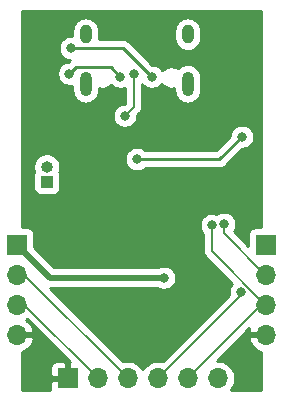
<source format=gbr>
%TF.GenerationSoftware,KiCad,Pcbnew,(5.1.9-0-10_14)*%
%TF.CreationDate,2021-02-02T14:33:23+08:00*%
%TF.ProjectId,WCH_Link,5743485f-4c69-46e6-9b2e-6b696361645f,rev?*%
%TF.SameCoordinates,Original*%
%TF.FileFunction,Copper,L2,Bot*%
%TF.FilePolarity,Positive*%
%FSLAX46Y46*%
G04 Gerber Fmt 4.6, Leading zero omitted, Abs format (unit mm)*
G04 Created by KiCad (PCBNEW (5.1.9-0-10_14)) date 2021-02-02 14:33:23*
%MOMM*%
%LPD*%
G01*
G04 APERTURE LIST*
%TA.AperFunction,ComponentPad*%
%ADD10O,1.700000X1.700000*%
%TD*%
%TA.AperFunction,ComponentPad*%
%ADD11R,1.700000X1.700000*%
%TD*%
%TA.AperFunction,ComponentPad*%
%ADD12O,1.000000X1.000000*%
%TD*%
%TA.AperFunction,ComponentPad*%
%ADD13R,1.000000X1.000000*%
%TD*%
%TA.AperFunction,ComponentPad*%
%ADD14O,1.000000X2.100000*%
%TD*%
%TA.AperFunction,ComponentPad*%
%ADD15O,1.000000X1.600000*%
%TD*%
%TA.AperFunction,ViaPad*%
%ADD16C,0.800000*%
%TD*%
%TA.AperFunction,Conductor*%
%ADD17C,0.250000*%
%TD*%
%TA.AperFunction,Conductor*%
%ADD18C,0.508000*%
%TD*%
%TA.AperFunction,Conductor*%
%ADD19C,0.152400*%
%TD*%
%TA.AperFunction,Conductor*%
%ADD20C,0.254000*%
%TD*%
%TA.AperFunction,Conductor*%
%ADD21C,0.100000*%
%TD*%
G04 APERTURE END LIST*
D10*
%TO.P,REF\u002A\u002A,6*%
%TO.N,+3V3*%
X131699000Y-68834000D03*
%TO.P,REF\u002A\u002A,5*%
%TO.N,/RX*%
X129159000Y-68834000D03*
%TO.P,REF\u002A\u002A,4*%
%TO.N,/TX*%
X126619000Y-68834000D03*
%TO.P,REF\u002A\u002A,3*%
%TO.N,/T_SWDIO*%
X124079000Y-68834000D03*
%TO.P,REF\u002A\u002A,2*%
%TO.N,/T_SWCLK*%
X121539000Y-68834000D03*
D11*
%TO.P,REF\u002A\u002A,1*%
%TO.N,GND*%
X118999000Y-68834000D03*
%TD*%
%TO.P,REF\u002A\u002A,1*%
%TO.N,+5V*%
X114681000Y-57531000D03*
D10*
%TO.P,REF\u002A\u002A,2*%
%TO.N,/T_SWDIO*%
X114681000Y-60071000D03*
%TO.P,REF\u002A\u002A,3*%
%TO.N,/T_SWCLK*%
X114681000Y-62611000D03*
%TO.P,REF\u002A\u002A,4*%
%TO.N,GND*%
X114681000Y-65151000D03*
%TD*%
%TO.P,REF\u002A\u002A,4*%
%TO.N,GND*%
X135763000Y-65151000D03*
%TO.P,REF\u002A\u002A,3*%
%TO.N,/RX*%
X135763000Y-62611000D03*
%TO.P,REF\u002A\u002A,2*%
%TO.N,/TX*%
X135763000Y-60071000D03*
D11*
%TO.P,REF\u002A\u002A,1*%
%TO.N,+3V3*%
X135763000Y-57531000D03*
%TD*%
D12*
%TO.P,J2,2*%
%TO.N,Net-(J2-Pad2)*%
X117221000Y-50927000D03*
D13*
%TO.P,J2,1*%
%TO.N,/USB_P*%
X117221000Y-52197000D03*
%TD*%
D14*
%TO.P,J1,S1*%
%TO.N,Net-(C1-Pad1)*%
X120521000Y-43897000D03*
X129161000Y-43897000D03*
D15*
X129161000Y-39717000D03*
X120521000Y-39717000D03*
%TD*%
D16*
%TO.N,GND*%
X121412000Y-63373000D03*
X121412000Y-61976000D03*
X120142000Y-62357000D03*
X124841000Y-57277000D03*
X121539000Y-56007000D03*
X125476000Y-40767000D03*
X130683000Y-61722000D03*
X130683000Y-62865000D03*
X131826000Y-61722000D03*
X133985000Y-67564000D03*
X133985000Y-68453000D03*
X133985000Y-69342000D03*
X132080000Y-40894000D03*
X133223000Y-40894000D03*
X134366000Y-40894000D03*
X124460000Y-38227000D03*
X125476000Y-38227000D03*
X126492000Y-38227000D03*
X116205000Y-67945000D03*
X117094000Y-66929000D03*
%TO.N,+5V*%
X124841000Y-50292000D03*
X133731000Y-48387000D03*
X127127000Y-60325000D03*
%TO.N,Net-(J1-PadA5)*%
X126111000Y-43307000D03*
X119253000Y-40894000D03*
%TO.N,/USB_N*%
X124587000Y-43036999D03*
X123825000Y-46609000D03*
%TO.N,Net-(J1-PadB5)*%
X123444000Y-43307000D03*
X119126000Y-43053000D03*
%TO.N,/TX*%
X132207000Y-55753000D03*
%TO.N,/RX*%
X131191000Y-55880000D03*
%TO.N,/TX*%
X133673749Y-61525251D03*
%TD*%
D17*
%TO.N,+5V*%
X124841000Y-50292000D02*
X131826000Y-50292000D01*
X131826000Y-50292000D02*
X133731000Y-48387000D01*
D18*
X117475000Y-60325000D02*
X115160010Y-58010010D01*
X127127000Y-60325000D02*
X117475000Y-60325000D01*
D17*
%TO.N,Net-(J1-PadA5)*%
X123698000Y-40894000D02*
X119253000Y-40894000D01*
X126111000Y-43307000D02*
X123698000Y-40894000D01*
D19*
%TO.N,/USB_N*%
X124587000Y-45847000D02*
X123825000Y-46609000D01*
X124587000Y-43036999D02*
X124587000Y-45847000D01*
D17*
%TO.N,Net-(J1-PadB5)*%
X119657010Y-42521990D02*
X119126000Y-43053000D01*
X122658990Y-42521990D02*
X119657010Y-42521990D01*
X123444000Y-43307000D02*
X122658990Y-42521990D01*
D19*
%TO.N,/TX*%
X135382000Y-60071000D02*
X135715790Y-60071000D01*
X132207000Y-56562210D02*
X135715790Y-60071000D01*
X132207000Y-55753000D02*
X132207000Y-56562210D01*
X133673749Y-61779251D02*
X133673749Y-61525251D01*
X126619000Y-68834000D02*
X133673749Y-61779251D01*
%TO.N,/RX*%
X131191000Y-58086210D02*
X135715790Y-62611000D01*
X131191000Y-55880000D02*
X131191000Y-58086210D01*
X135382000Y-62611000D02*
X135715790Y-62611000D01*
X129159000Y-68834000D02*
X135382000Y-62611000D01*
%TO.N,/T_SWCLK*%
X115316000Y-62611000D02*
X114728210Y-62611000D01*
X121539000Y-68834000D02*
X115316000Y-62611000D01*
%TO.N,/T_SWDIO*%
X115316000Y-60071000D02*
X114728210Y-60071000D01*
X124079000Y-68834000D02*
X115316000Y-60071000D01*
%TD*%
D20*
%TO.N,GND*%
X119166481Y-67467269D02*
X119126000Y-67507750D01*
X119126000Y-68707000D01*
X119146000Y-68707000D01*
X119146000Y-68961000D01*
X119126000Y-68961000D01*
X119126000Y-68981000D01*
X118872000Y-68981000D01*
X118872000Y-68961000D01*
X117672750Y-68961000D01*
X117514000Y-69119750D01*
X117510928Y-69684000D01*
X117523188Y-69808482D01*
X117528199Y-69825000D01*
X115087000Y-69825000D01*
X115087000Y-67984000D01*
X117510928Y-67984000D01*
X117514000Y-68548250D01*
X117672750Y-68707000D01*
X118872000Y-68707000D01*
X118872000Y-67507750D01*
X118713250Y-67349000D01*
X118149000Y-67345928D01*
X118024518Y-67358188D01*
X117904820Y-67394498D01*
X117794506Y-67453463D01*
X117697815Y-67532815D01*
X117618463Y-67629506D01*
X117559498Y-67739820D01*
X117523188Y-67859518D01*
X117510928Y-67984000D01*
X115087000Y-67984000D01*
X115087000Y-66575061D01*
X115312252Y-66495157D01*
X115562355Y-66346178D01*
X115778588Y-66151269D01*
X115952641Y-65917920D01*
X116077825Y-65655099D01*
X116122476Y-65507890D01*
X116001155Y-65278000D01*
X115087000Y-65278000D01*
X115087000Y-65024000D01*
X116001155Y-65024000D01*
X116122476Y-64794110D01*
X116077825Y-64646901D01*
X115952641Y-64384080D01*
X115778588Y-64150731D01*
X115562355Y-63955822D01*
X115445466Y-63886195D01*
X115529355Y-63830142D01*
X119166481Y-67467269D01*
%TA.AperFunction,Conductor*%
D21*
G36*
X119166481Y-67467269D02*
G01*
X119126000Y-67507750D01*
X119126000Y-68707000D01*
X119146000Y-68707000D01*
X119146000Y-68961000D01*
X119126000Y-68961000D01*
X119126000Y-68981000D01*
X118872000Y-68981000D01*
X118872000Y-68961000D01*
X117672750Y-68961000D01*
X117514000Y-69119750D01*
X117510928Y-69684000D01*
X117523188Y-69808482D01*
X117528199Y-69825000D01*
X115087000Y-69825000D01*
X115087000Y-67984000D01*
X117510928Y-67984000D01*
X117514000Y-68548250D01*
X117672750Y-68707000D01*
X118872000Y-68707000D01*
X118872000Y-67507750D01*
X118713250Y-67349000D01*
X118149000Y-67345928D01*
X118024518Y-67358188D01*
X117904820Y-67394498D01*
X117794506Y-67453463D01*
X117697815Y-67532815D01*
X117618463Y-67629506D01*
X117559498Y-67739820D01*
X117523188Y-67859518D01*
X117510928Y-67984000D01*
X115087000Y-67984000D01*
X115087000Y-66575061D01*
X115312252Y-66495157D01*
X115562355Y-66346178D01*
X115778588Y-66151269D01*
X115952641Y-65917920D01*
X116077825Y-65655099D01*
X116122476Y-65507890D01*
X116001155Y-65278000D01*
X115087000Y-65278000D01*
X115087000Y-65024000D01*
X116001155Y-65024000D01*
X116122476Y-64794110D01*
X116077825Y-64646901D01*
X115952641Y-64384080D01*
X115778588Y-64150731D01*
X115562355Y-63955822D01*
X115445466Y-63886195D01*
X115529355Y-63830142D01*
X119166481Y-67467269D01*
G37*
%TD.AperFunction*%
D20*
X134366175Y-64646901D02*
X134321524Y-64794110D01*
X134442845Y-65024000D01*
X135357001Y-65024000D01*
X135357001Y-65278000D01*
X134442845Y-65278000D01*
X134321524Y-65507890D01*
X134366175Y-65655099D01*
X134491359Y-65917920D01*
X134665412Y-66151269D01*
X134881645Y-66346178D01*
X135131748Y-66495157D01*
X135357001Y-66575061D01*
X135357001Y-69825000D01*
X132808107Y-69825000D01*
X132852475Y-69780632D01*
X133014990Y-69537411D01*
X133126932Y-69267158D01*
X133184000Y-68980260D01*
X133184000Y-68687740D01*
X133126932Y-68400842D01*
X133014990Y-68130589D01*
X132852475Y-67887368D01*
X132645632Y-67680525D01*
X132402411Y-67518010D01*
X132132158Y-67406068D01*
X131845260Y-67349000D01*
X131649787Y-67349000D01*
X134379170Y-64619617D01*
X134366175Y-64646901D01*
%TA.AperFunction,Conductor*%
D21*
G36*
X134366175Y-64646901D02*
G01*
X134321524Y-64794110D01*
X134442845Y-65024000D01*
X135357001Y-65024000D01*
X135357001Y-65278000D01*
X134442845Y-65278000D01*
X134321524Y-65507890D01*
X134366175Y-65655099D01*
X134491359Y-65917920D01*
X134665412Y-66151269D01*
X134881645Y-66346178D01*
X135131748Y-66495157D01*
X135357001Y-66575061D01*
X135357001Y-69825000D01*
X132808107Y-69825000D01*
X132852475Y-69780632D01*
X133014990Y-69537411D01*
X133126932Y-69267158D01*
X133184000Y-68980260D01*
X133184000Y-68687740D01*
X133126932Y-68400842D01*
X133014990Y-68130589D01*
X132852475Y-67887368D01*
X132645632Y-67680525D01*
X132402411Y-67518010D01*
X132132158Y-67406068D01*
X131845260Y-67349000D01*
X131649787Y-67349000D01*
X134379170Y-64619617D01*
X134366175Y-64646901D01*
G37*
%TD.AperFunction*%
D20*
X135357001Y-56042928D02*
X134913000Y-56042928D01*
X134788518Y-56055188D01*
X134668820Y-56091498D01*
X134558506Y-56150463D01*
X134461815Y-56229815D01*
X134382463Y-56326506D01*
X134323498Y-56436820D01*
X134287188Y-56556518D01*
X134274928Y-56681000D01*
X134274928Y-57624350D01*
X133031931Y-56381354D01*
X133124205Y-56243256D01*
X133202226Y-56054898D01*
X133242000Y-55854939D01*
X133242000Y-55651061D01*
X133202226Y-55451102D01*
X133124205Y-55262744D01*
X133010937Y-55093226D01*
X132866774Y-54949063D01*
X132697256Y-54835795D01*
X132508898Y-54757774D01*
X132308939Y-54718000D01*
X132105061Y-54718000D01*
X131905102Y-54757774D01*
X131716744Y-54835795D01*
X131585831Y-54923268D01*
X131492898Y-54884774D01*
X131292939Y-54845000D01*
X131089061Y-54845000D01*
X130889102Y-54884774D01*
X130700744Y-54962795D01*
X130531226Y-55076063D01*
X130387063Y-55220226D01*
X130273795Y-55389744D01*
X130195774Y-55578102D01*
X130156000Y-55778061D01*
X130156000Y-55981939D01*
X130195774Y-56181898D01*
X130273795Y-56370256D01*
X130387063Y-56539774D01*
X130479800Y-56632511D01*
X130479801Y-58051274D01*
X130476360Y-58086210D01*
X130479801Y-58121146D01*
X130490092Y-58225630D01*
X130530759Y-58359691D01*
X130596799Y-58483243D01*
X130685674Y-58591537D01*
X130712810Y-58613807D01*
X132917146Y-60818143D01*
X132869812Y-60865477D01*
X132756544Y-61034995D01*
X132678523Y-61223353D01*
X132638749Y-61423312D01*
X132638749Y-61627190D01*
X132668824Y-61778387D01*
X127042972Y-67404241D01*
X126765260Y-67349000D01*
X126472740Y-67349000D01*
X126185842Y-67406068D01*
X125915589Y-67518010D01*
X125672368Y-67680525D01*
X125465525Y-67887368D01*
X125349000Y-68061760D01*
X125232475Y-67887368D01*
X125025632Y-67680525D01*
X124782411Y-67518010D01*
X124512158Y-67406068D01*
X124225260Y-67349000D01*
X123932740Y-67349000D01*
X123655029Y-67404241D01*
X117468442Y-61217654D01*
X117474999Y-61218300D01*
X117518659Y-61214000D01*
X126594532Y-61214000D01*
X126636744Y-61242205D01*
X126825102Y-61320226D01*
X127025061Y-61360000D01*
X127228939Y-61360000D01*
X127428898Y-61320226D01*
X127617256Y-61242205D01*
X127786774Y-61128937D01*
X127930937Y-60984774D01*
X128044205Y-60815256D01*
X128122226Y-60626898D01*
X128162000Y-60426939D01*
X128162000Y-60223061D01*
X128122226Y-60023102D01*
X128044205Y-59834744D01*
X127930937Y-59665226D01*
X127786774Y-59521063D01*
X127617256Y-59407795D01*
X127428898Y-59329774D01*
X127228939Y-59290000D01*
X127025061Y-59290000D01*
X126825102Y-59329774D01*
X126636744Y-59407795D01*
X126594532Y-59436000D01*
X117843235Y-59436000D01*
X116169072Y-57761837D01*
X116169072Y-56681000D01*
X116156812Y-56556518D01*
X116120502Y-56436820D01*
X116061537Y-56326506D01*
X115982185Y-56229815D01*
X115885494Y-56150463D01*
X115775180Y-56091498D01*
X115655482Y-56055188D01*
X115531000Y-56042928D01*
X115087000Y-56042928D01*
X115087000Y-51697000D01*
X116082928Y-51697000D01*
X116082928Y-52697000D01*
X116095188Y-52821482D01*
X116131498Y-52941180D01*
X116190463Y-53051494D01*
X116269815Y-53148185D01*
X116366506Y-53227537D01*
X116476820Y-53286502D01*
X116596518Y-53322812D01*
X116721000Y-53335072D01*
X117721000Y-53335072D01*
X117845482Y-53322812D01*
X117965180Y-53286502D01*
X118075494Y-53227537D01*
X118172185Y-53148185D01*
X118251537Y-53051494D01*
X118310502Y-52941180D01*
X118346812Y-52821482D01*
X118359072Y-52697000D01*
X118359072Y-51697000D01*
X118346812Y-51572518D01*
X118310502Y-51452820D01*
X118266112Y-51369774D01*
X118312383Y-51258067D01*
X118356000Y-51038788D01*
X118356000Y-50815212D01*
X118312383Y-50595933D01*
X118226824Y-50389376D01*
X118102612Y-50203480D01*
X118089193Y-50190061D01*
X123806000Y-50190061D01*
X123806000Y-50393939D01*
X123845774Y-50593898D01*
X123923795Y-50782256D01*
X124037063Y-50951774D01*
X124181226Y-51095937D01*
X124350744Y-51209205D01*
X124539102Y-51287226D01*
X124739061Y-51327000D01*
X124942939Y-51327000D01*
X125142898Y-51287226D01*
X125331256Y-51209205D01*
X125500774Y-51095937D01*
X125544711Y-51052000D01*
X131788678Y-51052000D01*
X131826000Y-51055676D01*
X131863322Y-51052000D01*
X131863333Y-51052000D01*
X131974986Y-51041003D01*
X132118247Y-50997546D01*
X132250276Y-50926974D01*
X132366001Y-50832001D01*
X132389804Y-50802997D01*
X133770802Y-49422000D01*
X133832939Y-49422000D01*
X134032898Y-49382226D01*
X134221256Y-49304205D01*
X134390774Y-49190937D01*
X134534937Y-49046774D01*
X134648205Y-48877256D01*
X134726226Y-48688898D01*
X134766000Y-48488939D01*
X134766000Y-48285061D01*
X134726226Y-48085102D01*
X134648205Y-47896744D01*
X134534937Y-47727226D01*
X134390774Y-47583063D01*
X134221256Y-47469795D01*
X134032898Y-47391774D01*
X133832939Y-47352000D01*
X133629061Y-47352000D01*
X133429102Y-47391774D01*
X133240744Y-47469795D01*
X133071226Y-47583063D01*
X132927063Y-47727226D01*
X132813795Y-47896744D01*
X132735774Y-48085102D01*
X132696000Y-48285061D01*
X132696000Y-48347198D01*
X131511199Y-49532000D01*
X125544711Y-49532000D01*
X125500774Y-49488063D01*
X125331256Y-49374795D01*
X125142898Y-49296774D01*
X124942939Y-49257000D01*
X124739061Y-49257000D01*
X124539102Y-49296774D01*
X124350744Y-49374795D01*
X124181226Y-49488063D01*
X124037063Y-49632226D01*
X123923795Y-49801744D01*
X123845774Y-49990102D01*
X123806000Y-50190061D01*
X118089193Y-50190061D01*
X117944520Y-50045388D01*
X117758624Y-49921176D01*
X117552067Y-49835617D01*
X117332788Y-49792000D01*
X117109212Y-49792000D01*
X116889933Y-49835617D01*
X116683376Y-49921176D01*
X116497480Y-50045388D01*
X116339388Y-50203480D01*
X116215176Y-50389376D01*
X116129617Y-50595933D01*
X116086000Y-50815212D01*
X116086000Y-51038788D01*
X116129617Y-51258067D01*
X116175888Y-51369774D01*
X116131498Y-51452820D01*
X116095188Y-51572518D01*
X116082928Y-51697000D01*
X115087000Y-51697000D01*
X115087000Y-42951061D01*
X118091000Y-42951061D01*
X118091000Y-43154939D01*
X118130774Y-43354898D01*
X118208795Y-43543256D01*
X118322063Y-43712774D01*
X118466226Y-43856937D01*
X118635744Y-43970205D01*
X118824102Y-44048226D01*
X119024061Y-44088000D01*
X119227939Y-44088000D01*
X119386000Y-44056560D01*
X119386000Y-44502751D01*
X119402423Y-44669498D01*
X119467324Y-44883446D01*
X119572716Y-45080623D01*
X119714551Y-45253449D01*
X119887377Y-45395284D01*
X120084553Y-45500676D01*
X120298501Y-45565577D01*
X120521000Y-45587491D01*
X120743498Y-45565577D01*
X120957446Y-45500676D01*
X121154623Y-45395284D01*
X121327449Y-45253449D01*
X121469284Y-45080623D01*
X121574676Y-44883447D01*
X121639577Y-44669499D01*
X121656000Y-44502752D01*
X121656000Y-44283904D01*
X121670978Y-44290108D01*
X121856448Y-44327000D01*
X122045552Y-44327000D01*
X122231022Y-44290108D01*
X122405731Y-44217741D01*
X122562964Y-44112681D01*
X122674467Y-44001178D01*
X122784226Y-44110937D01*
X122953744Y-44224205D01*
X123142102Y-44302226D01*
X123342061Y-44342000D01*
X123545939Y-44342000D01*
X123745898Y-44302226D01*
X123875800Y-44248418D01*
X123875801Y-45552411D01*
X123854212Y-45574000D01*
X123723061Y-45574000D01*
X123523102Y-45613774D01*
X123334744Y-45691795D01*
X123165226Y-45805063D01*
X123021063Y-45949226D01*
X122907795Y-46118744D01*
X122829774Y-46307102D01*
X122790000Y-46507061D01*
X122790000Y-46710939D01*
X122829774Y-46910898D01*
X122907795Y-47099256D01*
X123021063Y-47268774D01*
X123165226Y-47412937D01*
X123334744Y-47526205D01*
X123523102Y-47604226D01*
X123723061Y-47644000D01*
X123926939Y-47644000D01*
X124126898Y-47604226D01*
X124315256Y-47526205D01*
X124484774Y-47412937D01*
X124628937Y-47268774D01*
X124742205Y-47099256D01*
X124820226Y-46910898D01*
X124860000Y-46710939D01*
X124860000Y-46579788D01*
X125065196Y-46374593D01*
X125092327Y-46352327D01*
X125114593Y-46325196D01*
X125114598Y-46325191D01*
X125181202Y-46244033D01*
X125247242Y-46120482D01*
X125287909Y-45986420D01*
X125291572Y-45949226D01*
X125298200Y-45881936D01*
X125298200Y-45881929D01*
X125301640Y-45847000D01*
X125298200Y-45812072D01*
X125298200Y-43953510D01*
X125307063Y-43966774D01*
X125451226Y-44110937D01*
X125620744Y-44224205D01*
X125809102Y-44302226D01*
X126009061Y-44342000D01*
X126212939Y-44342000D01*
X126412898Y-44302226D01*
X126601256Y-44224205D01*
X126770774Y-44110937D01*
X126914937Y-43966774D01*
X126946055Y-43920202D01*
X126985319Y-43978964D01*
X127119036Y-44112681D01*
X127276269Y-44217741D01*
X127450978Y-44290108D01*
X127636448Y-44327000D01*
X127825552Y-44327000D01*
X128011022Y-44290108D01*
X128026000Y-44283904D01*
X128026000Y-44502751D01*
X128042423Y-44669498D01*
X128107324Y-44883446D01*
X128212716Y-45080623D01*
X128354551Y-45253449D01*
X128527377Y-45395284D01*
X128724553Y-45500676D01*
X128938501Y-45565577D01*
X129161000Y-45587491D01*
X129383498Y-45565577D01*
X129597446Y-45500676D01*
X129794623Y-45395284D01*
X129967449Y-45253449D01*
X130109284Y-45080623D01*
X130214676Y-44883447D01*
X130279577Y-44669499D01*
X130296000Y-44502752D01*
X130296000Y-43291248D01*
X130279577Y-43124501D01*
X130214676Y-42910553D01*
X130109284Y-42713377D01*
X129967449Y-42540551D01*
X129794623Y-42398716D01*
X129597447Y-42293324D01*
X129383499Y-42228423D01*
X129161000Y-42206509D01*
X128938502Y-42228423D01*
X128724554Y-42293324D01*
X128527378Y-42398716D01*
X128354552Y-42540551D01*
X128307638Y-42597715D01*
X128185731Y-42516259D01*
X128011022Y-42443892D01*
X127825552Y-42407000D01*
X127636448Y-42407000D01*
X127450978Y-42443892D01*
X127276269Y-42516259D01*
X127119036Y-42621319D01*
X126986311Y-42754044D01*
X126914937Y-42647226D01*
X126770774Y-42503063D01*
X126601256Y-42389795D01*
X126412898Y-42311774D01*
X126212939Y-42272000D01*
X126150802Y-42272000D01*
X124261804Y-40383003D01*
X124238001Y-40353999D01*
X124122276Y-40259026D01*
X123990247Y-40188454D01*
X123846986Y-40144997D01*
X123735333Y-40134000D01*
X123735322Y-40134000D01*
X123698000Y-40130324D01*
X123660678Y-40134000D01*
X121649968Y-40134000D01*
X121656000Y-40072752D01*
X121656000Y-39361249D01*
X121656000Y-39361248D01*
X128026000Y-39361248D01*
X128026000Y-40072751D01*
X128042423Y-40239498D01*
X128107324Y-40453446D01*
X128212716Y-40650623D01*
X128354551Y-40823449D01*
X128527377Y-40965284D01*
X128724553Y-41070676D01*
X128938501Y-41135577D01*
X129161000Y-41157491D01*
X129383498Y-41135577D01*
X129597446Y-41070676D01*
X129794623Y-40965284D01*
X129967449Y-40823449D01*
X130109284Y-40650623D01*
X130214676Y-40453447D01*
X130279577Y-40239499D01*
X130296000Y-40072752D01*
X130296000Y-39361249D01*
X130279577Y-39194502D01*
X130214676Y-38980554D01*
X130109284Y-38783377D01*
X129967449Y-38610551D01*
X129794623Y-38468716D01*
X129597447Y-38363324D01*
X129383499Y-38298423D01*
X129161000Y-38276509D01*
X128938502Y-38298423D01*
X128724554Y-38363324D01*
X128527378Y-38468716D01*
X128354552Y-38610551D01*
X128212717Y-38783377D01*
X128107324Y-38980553D01*
X128042423Y-39194501D01*
X128026000Y-39361248D01*
X121656000Y-39361248D01*
X121639577Y-39194502D01*
X121574676Y-38980554D01*
X121469284Y-38783377D01*
X121327449Y-38610551D01*
X121154623Y-38468716D01*
X120957447Y-38363324D01*
X120743499Y-38298423D01*
X120521000Y-38276509D01*
X120298502Y-38298423D01*
X120084554Y-38363324D01*
X119887378Y-38468716D01*
X119714552Y-38610551D01*
X119572717Y-38783377D01*
X119467324Y-38980553D01*
X119402423Y-39194501D01*
X119386000Y-39361248D01*
X119386000Y-39865178D01*
X119354939Y-39859000D01*
X119151061Y-39859000D01*
X118951102Y-39898774D01*
X118762744Y-39976795D01*
X118593226Y-40090063D01*
X118449063Y-40234226D01*
X118335795Y-40403744D01*
X118257774Y-40592102D01*
X118218000Y-40792061D01*
X118218000Y-40995939D01*
X118257774Y-41195898D01*
X118335795Y-41384256D01*
X118449063Y-41553774D01*
X118593226Y-41697937D01*
X118762744Y-41811205D01*
X118951102Y-41889226D01*
X119151061Y-41929000D01*
X119181576Y-41929000D01*
X119117009Y-41981989D01*
X119093210Y-42010988D01*
X119086198Y-42018000D01*
X119024061Y-42018000D01*
X118824102Y-42057774D01*
X118635744Y-42135795D01*
X118466226Y-42249063D01*
X118322063Y-42393226D01*
X118208795Y-42562744D01*
X118130774Y-42751102D01*
X118091000Y-42951061D01*
X115087000Y-42951061D01*
X115087000Y-37744000D01*
X135357000Y-37744000D01*
X135357001Y-56042928D01*
%TA.AperFunction,Conductor*%
D21*
G36*
X135357001Y-56042928D02*
G01*
X134913000Y-56042928D01*
X134788518Y-56055188D01*
X134668820Y-56091498D01*
X134558506Y-56150463D01*
X134461815Y-56229815D01*
X134382463Y-56326506D01*
X134323498Y-56436820D01*
X134287188Y-56556518D01*
X134274928Y-56681000D01*
X134274928Y-57624350D01*
X133031931Y-56381354D01*
X133124205Y-56243256D01*
X133202226Y-56054898D01*
X133242000Y-55854939D01*
X133242000Y-55651061D01*
X133202226Y-55451102D01*
X133124205Y-55262744D01*
X133010937Y-55093226D01*
X132866774Y-54949063D01*
X132697256Y-54835795D01*
X132508898Y-54757774D01*
X132308939Y-54718000D01*
X132105061Y-54718000D01*
X131905102Y-54757774D01*
X131716744Y-54835795D01*
X131585831Y-54923268D01*
X131492898Y-54884774D01*
X131292939Y-54845000D01*
X131089061Y-54845000D01*
X130889102Y-54884774D01*
X130700744Y-54962795D01*
X130531226Y-55076063D01*
X130387063Y-55220226D01*
X130273795Y-55389744D01*
X130195774Y-55578102D01*
X130156000Y-55778061D01*
X130156000Y-55981939D01*
X130195774Y-56181898D01*
X130273795Y-56370256D01*
X130387063Y-56539774D01*
X130479800Y-56632511D01*
X130479801Y-58051274D01*
X130476360Y-58086210D01*
X130479801Y-58121146D01*
X130490092Y-58225630D01*
X130530759Y-58359691D01*
X130596799Y-58483243D01*
X130685674Y-58591537D01*
X130712810Y-58613807D01*
X132917146Y-60818143D01*
X132869812Y-60865477D01*
X132756544Y-61034995D01*
X132678523Y-61223353D01*
X132638749Y-61423312D01*
X132638749Y-61627190D01*
X132668824Y-61778387D01*
X127042972Y-67404241D01*
X126765260Y-67349000D01*
X126472740Y-67349000D01*
X126185842Y-67406068D01*
X125915589Y-67518010D01*
X125672368Y-67680525D01*
X125465525Y-67887368D01*
X125349000Y-68061760D01*
X125232475Y-67887368D01*
X125025632Y-67680525D01*
X124782411Y-67518010D01*
X124512158Y-67406068D01*
X124225260Y-67349000D01*
X123932740Y-67349000D01*
X123655029Y-67404241D01*
X117468442Y-61217654D01*
X117474999Y-61218300D01*
X117518659Y-61214000D01*
X126594532Y-61214000D01*
X126636744Y-61242205D01*
X126825102Y-61320226D01*
X127025061Y-61360000D01*
X127228939Y-61360000D01*
X127428898Y-61320226D01*
X127617256Y-61242205D01*
X127786774Y-61128937D01*
X127930937Y-60984774D01*
X128044205Y-60815256D01*
X128122226Y-60626898D01*
X128162000Y-60426939D01*
X128162000Y-60223061D01*
X128122226Y-60023102D01*
X128044205Y-59834744D01*
X127930937Y-59665226D01*
X127786774Y-59521063D01*
X127617256Y-59407795D01*
X127428898Y-59329774D01*
X127228939Y-59290000D01*
X127025061Y-59290000D01*
X126825102Y-59329774D01*
X126636744Y-59407795D01*
X126594532Y-59436000D01*
X117843235Y-59436000D01*
X116169072Y-57761837D01*
X116169072Y-56681000D01*
X116156812Y-56556518D01*
X116120502Y-56436820D01*
X116061537Y-56326506D01*
X115982185Y-56229815D01*
X115885494Y-56150463D01*
X115775180Y-56091498D01*
X115655482Y-56055188D01*
X115531000Y-56042928D01*
X115087000Y-56042928D01*
X115087000Y-51697000D01*
X116082928Y-51697000D01*
X116082928Y-52697000D01*
X116095188Y-52821482D01*
X116131498Y-52941180D01*
X116190463Y-53051494D01*
X116269815Y-53148185D01*
X116366506Y-53227537D01*
X116476820Y-53286502D01*
X116596518Y-53322812D01*
X116721000Y-53335072D01*
X117721000Y-53335072D01*
X117845482Y-53322812D01*
X117965180Y-53286502D01*
X118075494Y-53227537D01*
X118172185Y-53148185D01*
X118251537Y-53051494D01*
X118310502Y-52941180D01*
X118346812Y-52821482D01*
X118359072Y-52697000D01*
X118359072Y-51697000D01*
X118346812Y-51572518D01*
X118310502Y-51452820D01*
X118266112Y-51369774D01*
X118312383Y-51258067D01*
X118356000Y-51038788D01*
X118356000Y-50815212D01*
X118312383Y-50595933D01*
X118226824Y-50389376D01*
X118102612Y-50203480D01*
X118089193Y-50190061D01*
X123806000Y-50190061D01*
X123806000Y-50393939D01*
X123845774Y-50593898D01*
X123923795Y-50782256D01*
X124037063Y-50951774D01*
X124181226Y-51095937D01*
X124350744Y-51209205D01*
X124539102Y-51287226D01*
X124739061Y-51327000D01*
X124942939Y-51327000D01*
X125142898Y-51287226D01*
X125331256Y-51209205D01*
X125500774Y-51095937D01*
X125544711Y-51052000D01*
X131788678Y-51052000D01*
X131826000Y-51055676D01*
X131863322Y-51052000D01*
X131863333Y-51052000D01*
X131974986Y-51041003D01*
X132118247Y-50997546D01*
X132250276Y-50926974D01*
X132366001Y-50832001D01*
X132389804Y-50802997D01*
X133770802Y-49422000D01*
X133832939Y-49422000D01*
X134032898Y-49382226D01*
X134221256Y-49304205D01*
X134390774Y-49190937D01*
X134534937Y-49046774D01*
X134648205Y-48877256D01*
X134726226Y-48688898D01*
X134766000Y-48488939D01*
X134766000Y-48285061D01*
X134726226Y-48085102D01*
X134648205Y-47896744D01*
X134534937Y-47727226D01*
X134390774Y-47583063D01*
X134221256Y-47469795D01*
X134032898Y-47391774D01*
X133832939Y-47352000D01*
X133629061Y-47352000D01*
X133429102Y-47391774D01*
X133240744Y-47469795D01*
X133071226Y-47583063D01*
X132927063Y-47727226D01*
X132813795Y-47896744D01*
X132735774Y-48085102D01*
X132696000Y-48285061D01*
X132696000Y-48347198D01*
X131511199Y-49532000D01*
X125544711Y-49532000D01*
X125500774Y-49488063D01*
X125331256Y-49374795D01*
X125142898Y-49296774D01*
X124942939Y-49257000D01*
X124739061Y-49257000D01*
X124539102Y-49296774D01*
X124350744Y-49374795D01*
X124181226Y-49488063D01*
X124037063Y-49632226D01*
X123923795Y-49801744D01*
X123845774Y-49990102D01*
X123806000Y-50190061D01*
X118089193Y-50190061D01*
X117944520Y-50045388D01*
X117758624Y-49921176D01*
X117552067Y-49835617D01*
X117332788Y-49792000D01*
X117109212Y-49792000D01*
X116889933Y-49835617D01*
X116683376Y-49921176D01*
X116497480Y-50045388D01*
X116339388Y-50203480D01*
X116215176Y-50389376D01*
X116129617Y-50595933D01*
X116086000Y-50815212D01*
X116086000Y-51038788D01*
X116129617Y-51258067D01*
X116175888Y-51369774D01*
X116131498Y-51452820D01*
X116095188Y-51572518D01*
X116082928Y-51697000D01*
X115087000Y-51697000D01*
X115087000Y-42951061D01*
X118091000Y-42951061D01*
X118091000Y-43154939D01*
X118130774Y-43354898D01*
X118208795Y-43543256D01*
X118322063Y-43712774D01*
X118466226Y-43856937D01*
X118635744Y-43970205D01*
X118824102Y-44048226D01*
X119024061Y-44088000D01*
X119227939Y-44088000D01*
X119386000Y-44056560D01*
X119386000Y-44502751D01*
X119402423Y-44669498D01*
X119467324Y-44883446D01*
X119572716Y-45080623D01*
X119714551Y-45253449D01*
X119887377Y-45395284D01*
X120084553Y-45500676D01*
X120298501Y-45565577D01*
X120521000Y-45587491D01*
X120743498Y-45565577D01*
X120957446Y-45500676D01*
X121154623Y-45395284D01*
X121327449Y-45253449D01*
X121469284Y-45080623D01*
X121574676Y-44883447D01*
X121639577Y-44669499D01*
X121656000Y-44502752D01*
X121656000Y-44283904D01*
X121670978Y-44290108D01*
X121856448Y-44327000D01*
X122045552Y-44327000D01*
X122231022Y-44290108D01*
X122405731Y-44217741D01*
X122562964Y-44112681D01*
X122674467Y-44001178D01*
X122784226Y-44110937D01*
X122953744Y-44224205D01*
X123142102Y-44302226D01*
X123342061Y-44342000D01*
X123545939Y-44342000D01*
X123745898Y-44302226D01*
X123875800Y-44248418D01*
X123875801Y-45552411D01*
X123854212Y-45574000D01*
X123723061Y-45574000D01*
X123523102Y-45613774D01*
X123334744Y-45691795D01*
X123165226Y-45805063D01*
X123021063Y-45949226D01*
X122907795Y-46118744D01*
X122829774Y-46307102D01*
X122790000Y-46507061D01*
X122790000Y-46710939D01*
X122829774Y-46910898D01*
X122907795Y-47099256D01*
X123021063Y-47268774D01*
X123165226Y-47412937D01*
X123334744Y-47526205D01*
X123523102Y-47604226D01*
X123723061Y-47644000D01*
X123926939Y-47644000D01*
X124126898Y-47604226D01*
X124315256Y-47526205D01*
X124484774Y-47412937D01*
X124628937Y-47268774D01*
X124742205Y-47099256D01*
X124820226Y-46910898D01*
X124860000Y-46710939D01*
X124860000Y-46579788D01*
X125065196Y-46374593D01*
X125092327Y-46352327D01*
X125114593Y-46325196D01*
X125114598Y-46325191D01*
X125181202Y-46244033D01*
X125247242Y-46120482D01*
X125287909Y-45986420D01*
X125291572Y-45949226D01*
X125298200Y-45881936D01*
X125298200Y-45881929D01*
X125301640Y-45847000D01*
X125298200Y-45812072D01*
X125298200Y-43953510D01*
X125307063Y-43966774D01*
X125451226Y-44110937D01*
X125620744Y-44224205D01*
X125809102Y-44302226D01*
X126009061Y-44342000D01*
X126212939Y-44342000D01*
X126412898Y-44302226D01*
X126601256Y-44224205D01*
X126770774Y-44110937D01*
X126914937Y-43966774D01*
X126946055Y-43920202D01*
X126985319Y-43978964D01*
X127119036Y-44112681D01*
X127276269Y-44217741D01*
X127450978Y-44290108D01*
X127636448Y-44327000D01*
X127825552Y-44327000D01*
X128011022Y-44290108D01*
X128026000Y-44283904D01*
X128026000Y-44502751D01*
X128042423Y-44669498D01*
X128107324Y-44883446D01*
X128212716Y-45080623D01*
X128354551Y-45253449D01*
X128527377Y-45395284D01*
X128724553Y-45500676D01*
X128938501Y-45565577D01*
X129161000Y-45587491D01*
X129383498Y-45565577D01*
X129597446Y-45500676D01*
X129794623Y-45395284D01*
X129967449Y-45253449D01*
X130109284Y-45080623D01*
X130214676Y-44883447D01*
X130279577Y-44669499D01*
X130296000Y-44502752D01*
X130296000Y-43291248D01*
X130279577Y-43124501D01*
X130214676Y-42910553D01*
X130109284Y-42713377D01*
X129967449Y-42540551D01*
X129794623Y-42398716D01*
X129597447Y-42293324D01*
X129383499Y-42228423D01*
X129161000Y-42206509D01*
X128938502Y-42228423D01*
X128724554Y-42293324D01*
X128527378Y-42398716D01*
X128354552Y-42540551D01*
X128307638Y-42597715D01*
X128185731Y-42516259D01*
X128011022Y-42443892D01*
X127825552Y-42407000D01*
X127636448Y-42407000D01*
X127450978Y-42443892D01*
X127276269Y-42516259D01*
X127119036Y-42621319D01*
X126986311Y-42754044D01*
X126914937Y-42647226D01*
X126770774Y-42503063D01*
X126601256Y-42389795D01*
X126412898Y-42311774D01*
X126212939Y-42272000D01*
X126150802Y-42272000D01*
X124261804Y-40383003D01*
X124238001Y-40353999D01*
X124122276Y-40259026D01*
X123990247Y-40188454D01*
X123846986Y-40144997D01*
X123735333Y-40134000D01*
X123735322Y-40134000D01*
X123698000Y-40130324D01*
X123660678Y-40134000D01*
X121649968Y-40134000D01*
X121656000Y-40072752D01*
X121656000Y-39361249D01*
X121656000Y-39361248D01*
X128026000Y-39361248D01*
X128026000Y-40072751D01*
X128042423Y-40239498D01*
X128107324Y-40453446D01*
X128212716Y-40650623D01*
X128354551Y-40823449D01*
X128527377Y-40965284D01*
X128724553Y-41070676D01*
X128938501Y-41135577D01*
X129161000Y-41157491D01*
X129383498Y-41135577D01*
X129597446Y-41070676D01*
X129794623Y-40965284D01*
X129967449Y-40823449D01*
X130109284Y-40650623D01*
X130214676Y-40453447D01*
X130279577Y-40239499D01*
X130296000Y-40072752D01*
X130296000Y-39361249D01*
X130279577Y-39194502D01*
X130214676Y-38980554D01*
X130109284Y-38783377D01*
X129967449Y-38610551D01*
X129794623Y-38468716D01*
X129597447Y-38363324D01*
X129383499Y-38298423D01*
X129161000Y-38276509D01*
X128938502Y-38298423D01*
X128724554Y-38363324D01*
X128527378Y-38468716D01*
X128354552Y-38610551D01*
X128212717Y-38783377D01*
X128107324Y-38980553D01*
X128042423Y-39194501D01*
X128026000Y-39361248D01*
X121656000Y-39361248D01*
X121639577Y-39194502D01*
X121574676Y-38980554D01*
X121469284Y-38783377D01*
X121327449Y-38610551D01*
X121154623Y-38468716D01*
X120957447Y-38363324D01*
X120743499Y-38298423D01*
X120521000Y-38276509D01*
X120298502Y-38298423D01*
X120084554Y-38363324D01*
X119887378Y-38468716D01*
X119714552Y-38610551D01*
X119572717Y-38783377D01*
X119467324Y-38980553D01*
X119402423Y-39194501D01*
X119386000Y-39361248D01*
X119386000Y-39865178D01*
X119354939Y-39859000D01*
X119151061Y-39859000D01*
X118951102Y-39898774D01*
X118762744Y-39976795D01*
X118593226Y-40090063D01*
X118449063Y-40234226D01*
X118335795Y-40403744D01*
X118257774Y-40592102D01*
X118218000Y-40792061D01*
X118218000Y-40995939D01*
X118257774Y-41195898D01*
X118335795Y-41384256D01*
X118449063Y-41553774D01*
X118593226Y-41697937D01*
X118762744Y-41811205D01*
X118951102Y-41889226D01*
X119151061Y-41929000D01*
X119181576Y-41929000D01*
X119117009Y-41981989D01*
X119093210Y-42010988D01*
X119086198Y-42018000D01*
X119024061Y-42018000D01*
X118824102Y-42057774D01*
X118635744Y-42135795D01*
X118466226Y-42249063D01*
X118322063Y-42393226D01*
X118208795Y-42562744D01*
X118130774Y-42751102D01*
X118091000Y-42951061D01*
X115087000Y-42951061D01*
X115087000Y-37744000D01*
X135357000Y-37744000D01*
X135357001Y-56042928D01*
G37*
%TD.AperFunction*%
%TD*%
M02*

</source>
